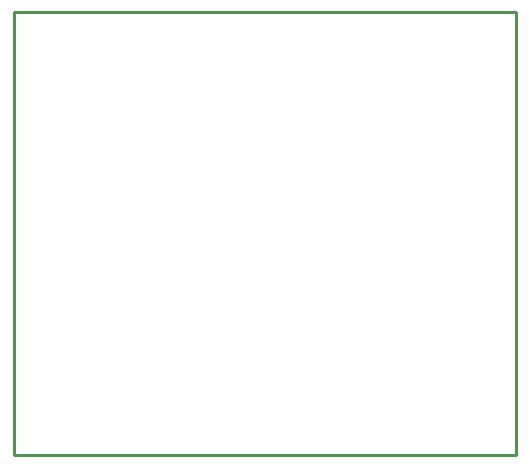
<source format=gbr>
G04 start of page 4 for group 2 idx 6 *
G04 Title: SAP, outline *
G04 Creator: pcb 4.0.2 *
G04 CreationDate: Tue Jun 12 19:10:11 2018 UTC *
G04 For: phil *
G04 Format: Gerber/RS-274X *
G04 PCB-Dimensions (mil): 1811.02 1574.80 *
G04 PCB-Coordinate-Origin: lower left *
%MOIN*%
%FSLAX25Y25*%
%LNOUTLINE*%
%ADD34C,0.0100*%
G54D34*X0Y157480D02*Y9843D01*
X167323D01*
Y157480D01*
X0D01*
M02*

</source>
